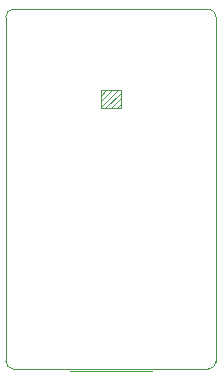
<source format=gbr>
%TF.GenerationSoftware,KiCad,Pcbnew,5.1.5+dfsg1-2~bpo10+1*%
%TF.CreationDate,Date%
%TF.ProjectId,ProMicro_GPS,50726f4d-6963-4726-9f5f-4750532e6b69,v3.1*%
%TF.SameCoordinates,Original*%
%TF.FileFunction,OtherDrawing,Comment*%
%FSLAX45Y45*%
G04 Gerber Fmt 4.5, Leading zero omitted, Abs format (unit mm)*
G04 Created by KiCad*
%MOMM*%
%LPD*%
G04 APERTURE LIST*
%ADD10C,0.100000*%
%ADD11C,0.050000*%
G04 APERTURE END LIST*
D10*
X127000Y2857500D02*
X127000Y-63500D01*
X-1587500Y-127000D02*
G75*
G02X-1651000Y-63500I0J63500D01*
G01*
X-1651000Y2857500D02*
G75*
G02X-1587500Y2921000I63500J0D01*
G01*
X63500Y2921000D02*
G75*
G02X127000Y2857500I0J-63500D01*
G01*
X127000Y-63500D02*
G75*
G02X63500Y-127000I-63500J0D01*
G01*
X-1587500Y2921000D02*
X63500Y2921000D01*
X-1651000Y-63500D02*
X-1651000Y2857500D01*
X63500Y-127000D02*
X-1587500Y-127000D01*
D11*
X-708500Y2079500D02*
X-674500Y2113500D01*
X-758500Y2079500D02*
X-674500Y2163500D01*
X-808500Y2079500D02*
X-674500Y2213500D01*
X-849500Y2088500D02*
X-699500Y2238500D01*
X-849500Y2138500D02*
X-749500Y2238500D01*
X-849500Y2188500D02*
X-799500Y2238500D01*
X-849500Y2079500D02*
X-849500Y2238500D01*
X-674500Y2238500D02*
X-849500Y2238500D01*
X-674500Y2079500D02*
X-674500Y2238500D01*
X-674500Y2079500D02*
X-849500Y2079500D01*
D10*
X-412000Y-146500D02*
X-1112000Y-146500D01*
M02*

</source>
